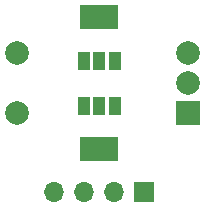
<source format=gbs>
G04 #@! TF.GenerationSoftware,KiCad,Pcbnew,(5.1.8)-1*
G04 #@! TF.CreationDate,2022-02-17T23:19:15+01:00*
G04 #@! TF.ProjectId,Vertical Rotary Encoder,56657274-6963-4616-9c20-526f74617279,rev?*
G04 #@! TF.SameCoordinates,Original*
G04 #@! TF.FileFunction,Soldermask,Bot*
G04 #@! TF.FilePolarity,Negative*
%FSLAX46Y46*%
G04 Gerber Fmt 4.6, Leading zero omitted, Abs format (unit mm)*
G04 Created by KiCad (PCBNEW (5.1.8)-1) date 2022-02-17 23:19:15*
%MOMM*%
%LPD*%
G01*
G04 APERTURE LIST*
%ADD10R,1.000000X1.500000*%
%ADD11C,2.000000*%
%ADD12R,3.200000X2.000000*%
%ADD13R,2.000000X2.000000*%
%ADD14R,1.700000X1.700000*%
%ADD15O,1.700000X1.700000*%
G04 APERTURE END LIST*
D10*
X142390000Y-119674000D03*
X141090000Y-119674000D03*
X139790000Y-119674000D03*
D11*
X134090000Y-119079000D03*
X134090000Y-124079000D03*
D12*
X141090000Y-115979000D03*
X141090000Y-127179000D03*
D11*
X148590000Y-119079000D03*
X148590000Y-121579000D03*
D13*
X148590000Y-124079000D03*
D10*
X142390000Y-123484000D03*
X141090000Y-123484000D03*
X139790000Y-123484000D03*
D14*
X144900000Y-130810000D03*
D15*
X142360000Y-130810000D03*
X139820000Y-130810000D03*
X137280000Y-130810000D03*
M02*

</source>
